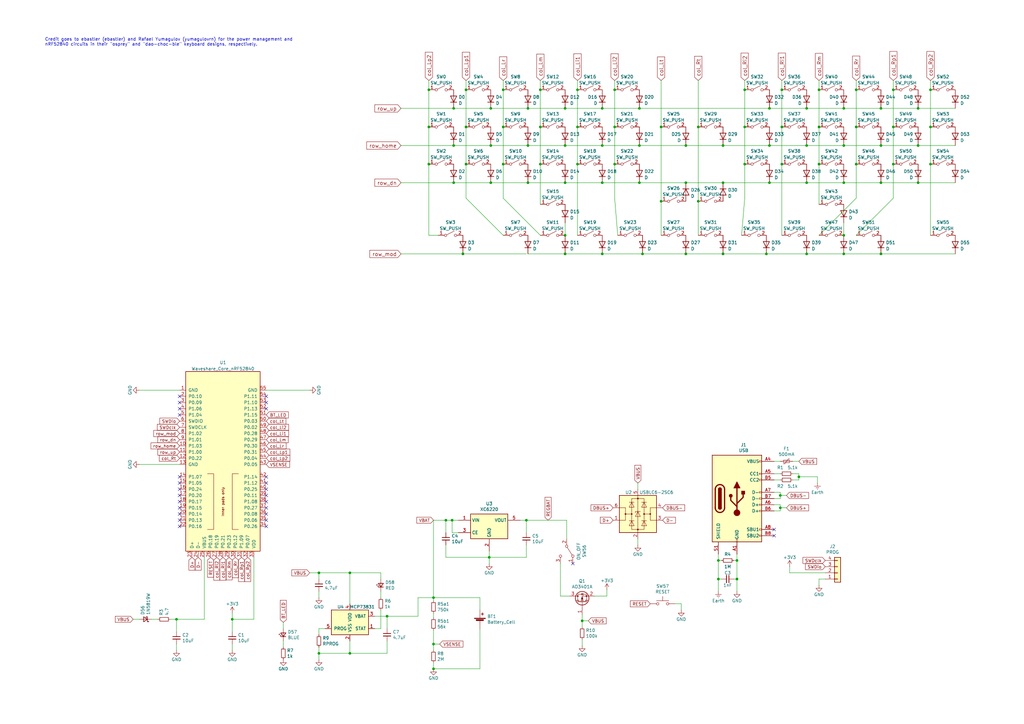
<source format=kicad_sch>
(kicad_sch (version 20211123) (generator eeschema)
  (paper "A3")
  (title_block (title "BumWings_001") (date "2022-12-24") (rev "v0.5") (company "tubby.twins a.k.a. mschnoor"))
  (junction (at 206.375 52.07))
  (junction (at 185.42 213.36))
  (junction (at 177.8 264.16))
  (junction (at 351.155 36.83))
  (junction (at 302.26 237.49))
  (junction (at 361.315 59.69))
  (junction (at 346.075 74.93))
  (junction (at 216.535 44.45))
  (junction (at 320.04 203.2))
  (junction (at 143.51 234.95))
  (junction (at 346.075 59.69))
  (junction (at 143.51 267.97))
  (junction (at 158.75 252.73))
  (junction (at 247.015 59.69))
  (junction (at 376.555 59.69))
  (junction (at 381.635 36.83))
  (junction (at 206.375 67.31))
  (junction (at 186.055 74.93))
  (junction (at 200.66 228.6))
  (junction (at 366.395 67.31))
  (junction (at 330.835 104.14))
  (junction (at 351.155 52.07))
  (junction (at 294.64 237.49))
  (junction (at 191.135 36.83))
  (junction (at 231.775 59.69))
  (junction (at 262.255 59.69))
  (junction (at 330.835 74.93))
  (junction (at 236.855 52.07))
  (junction (at 252.095 67.31))
  (junction (at 305.435 52.07))
  (junction (at 305.435 36.83))
  (junction (at 366.395 52.07))
  (junction (at 175.895 67.31))
  (junction (at 247.015 44.45))
  (junction (at 216.535 74.93))
  (junction (at 351.155 67.31))
  (junction (at 346.075 104.14))
  (junction (at 236.855 36.83))
  (junction (at 376.555 44.45))
  (junction (at 186.055 44.45))
  (junction (at 335.915 67.31))
  (junction (at 320.675 52.07))
  (junction (at 381.635 67.31))
  (junction (at 314.325 104.14))
  (junction (at 335.915 52.07))
  (junction (at 231.775 44.45))
  (junction (at 189.865 104.14))
  (junction (at 216.535 59.69))
  (junction (at 263.525 104.14))
  (junction (at 247.015 74.93))
  (junction (at 130.81 234.95))
  (junction (at 231.775 74.93))
  (junction (at 95.25 254))
  (junction (at 177.8 274.32))
  (junction (at 361.315 104.14))
  (junction (at 236.855 67.31))
  (junction (at 305.435 67.31))
  (junction (at 231.775 96.52))
  (junction (at 381.635 52.07))
  (junction (at 201.295 74.93))
  (junction (at 296.545 74.93))
  (junction (at 315.595 44.45))
  (junction (at 206.375 36.83))
  (junction (at 296.545 59.69))
  (junction (at 315.595 59.69))
  (junction (at 361.315 74.93))
  (junction (at 252.095 36.83))
  (junction (at 271.145 82.55))
  (junction (at 271.145 52.07))
  (junction (at 327.66 195.58))
  (junction (at 330.835 59.69))
  (junction (at 175.895 36.83))
  (junction (at 286.385 52.07))
  (junction (at 221.615 52.07))
  (junction (at 286.385 82.55))
  (junction (at 346.075 44.45))
  (junction (at 320.675 67.31))
  (junction (at 238.76 254.635))
  (junction (at 262.255 44.45))
  (junction (at 201.295 59.69))
  (junction (at 221.615 36.83))
  (junction (at 186.055 59.69))
  (junction (at 346.075 96.52))
  (junction (at 281.305 74.93))
  (junction (at 320.04 208.28))
  (junction (at 247.015 104.14))
  (junction (at 281.305 59.69))
  (junction (at 302.26 229.87))
  (junction (at 262.255 74.93))
  (junction (at 215.9 213.36))
  (junction (at 177.8 245.11))
  (junction (at 252.095 52.07))
  (junction (at 231.775 104.14))
  (junction (at 335.915 36.83))
  (junction (at 361.315 44.45))
  (junction (at 315.595 74.93))
  (junction (at 182.88 213.36))
  (junction (at 191.135 52.07))
  (junction (at 294.64 229.87))
  (junction (at 281.305 104.14))
  (junction (at 376.555 74.93))
  (junction (at 366.395 36.83))
  (junction (at 296.545 104.14))
  (junction (at 221.615 67.31))
  (junction (at 330.835 44.45))
  (junction (at 175.895 52.07))
  (junction (at 72.39 254))
  (junction (at 201.295 44.45))
  (junction (at 320.675 36.83))
  (junction (at 191.135 67.31))
  (junction (at 130.81 267.97))
  (no_connect (at 73.66 195.58))
  (no_connect (at 73.66 165.1))
  (no_connect (at 73.66 215.9))
  (no_connect (at 73.66 200.66))
  (no_connect (at 109.22 198.12))
  (no_connect (at 109.22 200.66))
  (no_connect (at 73.66 167.64))
  (no_connect (at 73.66 213.36))
  (no_connect (at 317.5 219.71))
  (no_connect (at 73.66 210.82))
  (no_connect (at 109.22 210.82))
  (no_connect (at 109.22 213.36))
  (no_connect (at 73.66 203.2))
  (no_connect (at 317.5 217.17))
  (no_connect (at 234.95 231.14))
  (no_connect (at 109.22 215.9))
  (no_connect (at 73.66 162.56))
  (no_connect (at 109.22 205.74))
  (no_connect (at 109.22 203.2))
  (no_connect (at 73.66 170.18))
  (no_connect (at 73.66 198.12))
  (no_connect (at 73.66 205.74))
  (no_connect (at 109.22 165.1))
  (no_connect (at 109.22 195.58))
  (no_connect (at 73.66 208.28))
  (no_connect (at 109.22 167.64))
  (no_connect (at 109.22 162.56))
  (no_connect (at 109.22 208.28))
  (wire (pts (xy 320.675 67.31) (xy 320.675 96.52)))
  (wire (pts (xy 317.5 189.23) (xy 320.04 189.23)))
  (wire (pts (xy 271.145 96.52) (xy 271.145 82.55)))
  (wire (pts (xy 338.455 237.49) (xy 335.915 237.49)))
  (wire (pts (xy 171.45 252.73) (xy 171.45 245.11)))
  (wire (pts (xy 191.135 67.31) (xy 191.135 81.28)))
  (wire (pts (xy 262.255 74.93) (xy 281.305 74.93)))
  (wire (pts (xy 238.76 254.635) (xy 241.3 254.635)))
  (wire (pts (xy 302.26 229.87) (xy 300.99 229.87)))
  (wire (pts (xy 325.12 194.31) (xy 327.66 194.31)))
  (wire (pts (xy 320.675 33.02) (xy 320.675 36.83)))
  (wire (pts (xy 325.12 196.85) (xy 327.66 196.85)))
  (wire (pts (xy 187.96 213.36) (xy 185.42 213.36)))
  (wire (pts (xy 262.255 59.69) (xy 281.305 59.69)))
  (wire (pts (xy 216.535 104.14) (xy 231.775 104.14)))
  (wire (pts (xy 143.51 262.89) (xy 143.51 267.97)))
  (wire (pts (xy 361.315 74.93) (xy 376.555 74.93)))
  (wire (pts (xy 320.675 52.07) (xy 320.675 67.31)))
  (wire (pts (xy 252.095 67.31) (xy 252.095 81.28)))
  (wire (pts (xy 271.145 52.07) (xy 271.145 82.55)))
  (wire (pts (xy 305.435 36.83) (xy 305.435 52.07)))
  (wire (pts (xy 127 160.02) (xy 109.22 160.02)))
  (wire (pts (xy 206.375 67.31) (xy 206.375 81.28)))
  (wire (pts (xy 156.21 245.11) (xy 156.21 242.57)))
  (wire (pts (xy 361.315 59.69) (xy 376.555 59.69)))
  (wire (pts (xy 294.64 229.87) (xy 294.64 237.49)))
  (wire (pts (xy 175.895 36.83) (xy 175.895 52.07)))
  (wire (pts (xy 196.85 245.11) (xy 196.85 250.19)))
  (wire (pts (xy 320.04 208.28) (xy 320.04 209.55)))
  (wire (pts (xy 221.615 36.83) (xy 221.615 52.07)))
  (wire (pts (xy 175.895 52.07) (xy 175.895 67.31)))
  (wire (pts (xy 335.915 96.52) (xy 351.155 81.28)))
  (wire (pts (xy 83.82 228.6) (xy 83.82 254)))
  (wire (pts (xy 315.595 74.93) (xy 330.835 74.93)))
  (wire (pts (xy 158.75 252.73) (xy 171.45 252.73)))
  (wire (pts (xy 302.26 237.49) (xy 302.26 242.57)))
  (wire (pts (xy 216.535 59.69) (xy 231.775 59.69)))
  (wire (pts (xy 233.68 244.475) (xy 229.87 244.475)))
  (wire (pts (xy 305.435 67.31) (xy 305.435 81.28)))
  (wire (pts (xy 57.15 190.5) (xy 73.66 190.5)))
  (wire (pts (xy 361.315 44.45) (xy 376.555 44.45)))
  (wire (pts (xy 171.45 245.11) (xy 177.8 245.11)))
  (wire (pts (xy 315.595 44.45) (xy 330.835 44.45)))
  (wire (pts (xy 376.555 44.45) (xy 391.795 44.45)))
  (wire (pts (xy 252.095 36.83) (xy 252.095 52.07)))
  (wire (pts (xy 177.8 271.78) (xy 177.8 274.32)))
  (wire (pts (xy 133.35 257.81) (xy 130.81 257.81)))
  (wire (pts (xy 216.535 74.93) (xy 231.775 74.93)))
  (wire (pts (xy 286.385 33.02) (xy 286.385 52.07)))
  (wire (pts (xy 130.81 242.57) (xy 130.81 245.11)))
  (wire (pts (xy 164.465 59.69) (xy 186.055 59.69)))
  (wire (pts (xy 95.25 264.16) (xy 95.25 266.7)))
  (wire (pts (xy 221.615 67.31) (xy 221.615 83.82)))
  (wire (pts (xy 215.9 213.36) (xy 215.9 218.44)))
  (wire (pts (xy 158.75 252.73) (xy 158.75 257.81)))
  (wire (pts (xy 231.775 104.14) (xy 247.015 104.14)))
  (wire (pts (xy 130.81 270.51) (xy 130.81 267.97)))
  (wire (pts (xy 175.895 33.02) (xy 175.895 36.83)))
  (wire (pts (xy 153.67 252.73) (xy 158.75 252.73)))
  (wire (pts (xy 320.04 207.01) (xy 320.04 208.28)))
  (wire (pts (xy 302.26 227.33) (xy 302.26 229.87)))
  (wire (pts (xy 143.51 267.97) (xy 130.81 267.97)))
  (wire (pts (xy 200.66 228.6) (xy 182.88 228.6)))
  (wire (pts (xy 351.155 67.31) (xy 351.155 81.28)))
  (wire (pts (xy 186.055 74.93) (xy 201.295 74.93)))
  (wire (pts (xy 130.81 257.81) (xy 130.81 260.35)))
  (wire (pts (xy 263.525 104.14) (xy 281.305 104.14)))
  (wire (pts (xy 381.635 33.02) (xy 381.635 36.83)))
  (wire (pts (xy 156.21 237.49) (xy 156.21 234.95)))
  (wire (pts (xy 186.055 44.45) (xy 201.295 44.45)))
  (wire (pts (xy 346.075 59.69) (xy 361.315 59.69)))
  (wire (pts (xy 95.25 251.46) (xy 95.25 254)))
  (wire (pts (xy 252.095 33.02) (xy 252.095 36.83)))
  (wire (pts (xy 279.4 247.65) (xy 279.4 250.19)))
  (wire (pts (xy 229.87 244.475) (xy 229.87 231.14)))
  (wire (pts (xy 346.075 91.44) (xy 346.075 96.52)))
  (wire (pts (xy 381.635 52.07) (xy 381.635 67.31)))
  (wire (pts (xy 294.64 229.87) (xy 295.91 229.87)))
  (wire (pts (xy 231.775 44.45) (xy 247.015 44.45)))
  (wire (pts (xy 335.28 195.58) (xy 335.28 198.12)))
  (wire (pts (xy 296.545 104.14) (xy 314.325 104.14)))
  (wire (pts (xy 177.8 264.16) (xy 177.8 258.445)))
  (wire (pts (xy 196.85 274.32) (xy 177.8 274.32)))
  (wire (pts (xy 296.545 74.93) (xy 315.595 74.93)))
  (wire (pts (xy 317.5 201.93) (xy 320.04 201.93)))
  (wire (pts (xy 314.325 104.14) (xy 330.835 104.14)))
  (wire (pts (xy 215.9 223.52) (xy 215.9 228.6)))
  (wire (pts (xy 215.9 228.6) (xy 200.66 228.6)))
  (wire (pts (xy 156.21 257.81) (xy 156.21 250.19)))
  (wire (pts (xy 286.385 96.52) (xy 286.385 82.55)))
  (wire (pts (xy 180.34 264.16) (xy 177.8 264.16)))
  (wire (pts (xy 236.855 67.31) (xy 236.855 96.52)))
  (wire (pts (xy 317.5 194.31) (xy 320.04 194.31)))
  (wire (pts (xy 281.305 74.93) (xy 296.545 74.93)))
  (wire (pts (xy 130.81 234.95) (xy 143.51 234.95)))
  (wire (pts (xy 247.015 104.14) (xy 263.525 104.14)))
  (wire (pts (xy 191.135 36.83) (xy 191.135 52.07)))
  (wire (pts (xy 323.85 232.41) (xy 323.85 234.95)))
  (wire (pts (xy 216.535 44.45) (xy 231.775 44.45)))
  (wire (pts (xy 261.62 200.66) (xy 261.62 198.12)))
  (wire (pts (xy 315.595 59.69) (xy 330.835 59.69)))
  (wire (pts (xy 294.64 237.49) (xy 294.64 242.57)))
  (wire (pts (xy 346.075 44.45) (xy 361.315 44.45)))
  (wire (pts (xy 335.915 36.83) (xy 335.915 52.07)))
  (wire (pts (xy 320.04 208.28) (xy 322.58 208.28)))
  (wire (pts (xy 221.615 52.07) (xy 221.615 67.31)))
  (wire (pts (xy 236.855 33.02) (xy 236.855 36.83)))
  (wire (pts (xy 213.36 213.36) (xy 215.9 213.36)))
  (wire (pts (xy 57.15 160.02) (xy 73.66 160.02)))
  (wire (pts (xy 164.465 44.45) (xy 186.055 44.45)))
  (wire (pts (xy 247.015 44.45) (xy 262.255 44.45)))
  (wire (pts (xy 366.395 52.07) (xy 366.395 67.31)))
  (wire (pts (xy 320.04 209.55) (xy 317.5 209.55)))
  (wire (pts (xy 320.04 204.47) (xy 320.04 203.2)))
  (wire (pts (xy 231.775 91.44) (xy 231.775 96.52)))
  (wire (pts (xy 286.385 52.07) (xy 286.385 82.55)))
  (wire (pts (xy 143.51 234.95) (xy 143.51 247.65)))
  (wire (pts (xy 72.39 254) (xy 83.82 254)))
  (wire (pts (xy 346.075 74.93) (xy 361.315 74.93)))
  (wire (pts (xy 351.155 96.52) (xy 366.395 81.28)))
  (wire (pts (xy 281.305 59.69) (xy 296.545 59.69)))
  (wire (pts (xy 187.96 218.44) (xy 185.42 218.44)))
  (wire (pts (xy 294.64 237.49) (xy 295.91 237.49)))
  (wire (pts (xy 238.76 262.255) (xy 238.76 264.795)))
  (wire (pts (xy 200.66 228.6) (xy 200.66 231.14)))
  (wire (pts (xy 236.855 36.83) (xy 236.855 52.07)))
  (wire (pts (xy 247.015 59.69) (xy 262.255 59.69)))
  (wire (pts (xy 351.155 33.02) (xy 351.155 36.83)))
  (wire (pts (xy 196.85 245.11) (xy 177.8 245.11)))
  (wire (pts (xy 327.66 195.58) (xy 327.66 196.85)))
  (wire (pts (xy 317.5 207.01) (xy 320.04 207.01)))
  (wire (pts (xy 116.205 257.81) (xy 116.205 255.27)))
  (wire (pts (xy 182.88 213.36) (xy 182.88 218.44)))
  (wire (pts (xy 182.88 213.36) (xy 185.42 213.36)))
  (wire (pts (xy 72.39 254) (xy 69.85 254)))
  (wire (pts (xy 127 234.95) (xy 130.81 234.95)))
  (wire (pts (xy 346.075 104.14) (xy 361.315 104.14)))
  (wire (pts (xy 276.86 247.65) (xy 279.4 247.65)))
  (wire (pts (xy 305.435 81.28) (xy 304.165 96.52)))
  (wire (pts (xy 130.81 237.49) (xy 130.81 234.95)))
  (wire (pts (xy 323.85 234.95) (xy 338.455 234.95)))
  (wire (pts (xy 317.5 196.85) (xy 320.04 196.85)))
  (wire (pts (xy 376.555 59.69) (xy 391.795 59.69)))
  (wire (pts (xy 201.295 59.69) (xy 216.535 59.69)))
  (wire (pts (xy 182.88 228.6) (xy 182.88 223.52)))
  (wire (pts (xy 104.14 254) (xy 95.25 254)))
  (wire (pts (xy 231.775 74.93) (xy 247.015 74.93)))
  (wire (pts (xy 200.66 226.06) (xy 200.66 228.6)))
  (wire (pts (xy 320.04 203.2) (xy 322.58 203.2)))
  (wire (pts (xy 317.5 204.47) (xy 320.04 204.47)))
  (wire (pts (xy 201.295 44.45) (xy 216.535 44.45)))
  (wire (pts (xy 221.615 33.02) (xy 221.615 36.83)))
  (wire (pts (xy 281.305 104.14) (xy 296.545 104.14)))
  (wire (pts (xy 252.095 52.07) (xy 252.095 67.31)))
  (wire (pts (xy 366.395 33.02) (xy 366.395 36.83)))
  (wire (pts (xy 271.145 33.02) (xy 271.145 52.07)))
  (wire (pts (xy 164.465 74.93) (xy 186.055 74.93)))
  (wire (pts (xy 294.64 227.33) (xy 294.64 229.87)))
  (wire (pts (xy 206.375 33.02) (xy 206.375 36.83)))
  (wire (pts (xy 330.835 44.45) (xy 346.075 44.45)))
  (wire (pts (xy 206.375 81.28) (xy 221.615 96.52)))
  (wire (pts (xy 351.155 52.07) (xy 351.155 67.31)))
  (wire (pts (xy 335.915 52.07) (xy 335.915 67.31)))
  (wire (pts (xy 191.135 33.02) (xy 191.135 36.83)))
  (wire (pts (xy 320.04 203.2) (xy 320.04 201.93)))
  (wire (pts (xy 381.635 67.31) (xy 381.635 96.52)))
  (wire (pts (xy 143.51 267.97) (xy 158.75 267.97)))
  (wire (pts (xy 186.055 59.69) (xy 201.295 59.69)))
  (wire (pts (xy 156.21 234.95) (xy 143.51 234.95)))
  (wire (pts (xy 185.42 218.44) (xy 185.42 213.36)))
  (wire (pts (xy 177.8 253.365) (xy 177.8 251.46)))
  (wire (pts (xy 236.855 52.07) (xy 236.855 67.31)))
  (wire (pts (xy 330.835 59.69) (xy 346.075 59.69)))
  (wire (pts (xy 327.66 195.58) (xy 335.28 195.58)))
  (wire (pts (xy 175.895 96.52) (xy 179.705 96.52)))
  (wire (pts (xy 201.295 74.93) (xy 216.535 74.93)))
  (wire (pts (xy 72.39 254) (xy 72.39 259.08)))
  (wire (pts (xy 366.395 67.31) (xy 366.395 81.28)))
  (wire (pts (xy 262.255 44.45) (xy 315.595 44.45)))
  (wire (pts (xy 243.84 244.475) (xy 248.92 244.475)))
  (wire (pts (xy 232.41 220.98) (xy 232.41 213.36)))
  (wire (pts (xy 330.835 104.14) (xy 346.075 104.14)))
  (wire (pts (xy 182.88 213.36) (xy 177.8 213.36)))
  (wire (pts (xy 376.555 74.93) (xy 391.795 74.93)))
  (wire (pts (xy 381.635 36.83) (xy 381.635 52.07)))
  (wire (pts (xy 116.205 262.89) (xy 116.205 265.43)))
  (wire (pts (xy 206.375 52.07) (xy 206.375 67.31)))
  (wire (pts (xy 252.095 81.28) (xy 253.365 96.52)))
  (wire (pts (xy 231.775 59.69) (xy 247.015 59.69)))
  (wire (pts (xy 57.15 254) (xy 54.61 254)))
  (wire (pts (xy 177.8 246.38) (xy 177.8 245.11)))
  (wire (pts (xy 238.76 254.635) (xy 238.76 257.175)))
  (wire (pts (xy 261.62 220.98) (xy 261.62 223.52)))
  (wire (pts (xy 191.135 52.07) (xy 191.135 67.31)))
  (wire (pts (xy 330.835 74.93) (xy 346.075 74.93)))
  (wire (pts (xy 164.465 104.14) (xy 189.865 104.14)))
  (wire (pts (xy 351.155 36.83) (xy 351.155 52.07)))
  (wire (pts (xy 366.395 36.83) (xy 366.395 52.07)))
  (wire (pts (xy 247.015 74.93) (xy 262.255 74.93)))
  (wire (pts (xy 153.67 257.81) (xy 156.21 257.81)))
  (wire (pts (xy 302.26 237.49) (xy 300.99 237.49)))
  (wire (pts (xy 177.8 266.7) (xy 177.8 264.16)))
  (wire (pts (xy 248.92 244.475) (xy 248.92 241.935)))
  (wire (pts (xy 335.915 67.31) (xy 335.915 83.82)))
  (wire (pts (xy 95.25 254) (xy 95.25 259.08)))
  (wire (pts (xy 327.66 194.31) (xy 327.66 195.58)))
  (wire (pts (xy 104.14 228.6) (xy 104.14 254)))
  (wire (pts (xy 130.81 265.43) (xy 130.81 267.97)))
  (wire (pts (xy 305.435 33.02) (xy 305.435 36.83)))
  (wire (pts (xy 215.9 213.36) (xy 232.41 213.36)))
  (wire (pts (xy 72.39 264.16) (xy 72.39 266.7)))
  (wire (pts (xy 238.76 252.095) (xy 238.76 254.635)))
  (wire (pts (xy 305.435 52.07) (xy 305.435 67.31)))
  (wire (pts (xy 189.865 104.14) (xy 215.9 104.14)))
  (wire (pts (xy 177.8 213.36) (xy 177.8 245.11)))
  (wire (pts (xy 335.915 33.02) (xy 335.915 36.83)))
  (wire (pts (xy 296.545 59.69) (xy 315.595 59.69)))
  (wire (pts (xy 196.85 257.81) (xy 196.85 274.32)))
  (wire (pts (xy 335.915 237.49) (xy 335.915 240.03)))
  (wire (pts (xy 320.675 36.83) (xy 320.675 52.07)))
  (wire (pts (xy 64.77 254) (xy 62.23 254)))
  (wire (pts (xy 206.375 36.83) (xy 206.375 52.07)))
  (wire (pts (xy 158.75 262.89) (xy 158.75 267.97)))
  (wire (pts (xy 175.895 67.31) (xy 175.895 96.52)))
  (wire (pts (xy 325.12 189.23) (xy 327.66 189.23)))
  (wire (pts (xy 191.135 81.28) (xy 206.375 96.52)))
  (wire (pts (xy 361.315 104.14) (xy 391.795 104.14)))
  (wire (pts (xy 302.26 229.87) (xy 302.26 237.49)))
  (text "Credit goes to ebastler (ebastler) and Rafael Yumagulov (yumagulovrn) for the power management and\nnRF52840 circuits in their \"osprey\" and \"dao-choc-ble\" keyboard designs, respectively." (at 18.415 19.05 0) (effects (font (size 1.27 1.27)) (justify left bottom)))
  (global_label "col_Li1" (shape input) (at 236.855 33.02 90) (effects (font (size 1.524 1.524))) (property "Intersheet References" "${INTERSHEET_REFS}" (effects hide)))
  (global_label "col_Lm" (shape input) (at 221.615 33.02 90) (effects (font (size 1.524 1.524))) (property "Intersheet References" "${INTERSHEET_REFS}" (effects hide)))
  (global_label "DBUS-" (shape input) (at 271.78 208.28 0) (property "Intersheet References" "${INTERSHEET_REFS}" (effects hide)))
  (global_label "DBUS+" (shape input) (at 322.58 208.28 0) (property "Intersheet References" "${INTERSHEET_REFS}" (effects hide)))
  (global_label "row_dn" (shape input) (at 164.465 74.93 180) (effects (font (size 1.524 1.524))) (property "Intersheet References" "${INTERSHEET_REFS}" (effects hide)))
  (global_label "DBUS-" (shape input) (at 322.58 203.2 0) (property "Intersheet References" "${INTERSHEET_REFS}" (effects hide)))
  (global_label "col_Rr" (shape input) (at 351.155 33.02 90) (effects (font (size 1.524 1.524))) (property "Intersheet References" "${INTERSHEET_REFS}" (effects hide)))
  (global_label "col_Rt" (shape input) (at 73.66 187.96 180) (property "Intersheet References" "${INTERSHEET_REFS}" (effects hide)))
  (global_label "BT_LED" (shape input) (at 116.205 255.27 90) (property "Intersheet References" "${INTERSHEET_REFS}" (effects hide)))
  (global_label "col_Rp1" (shape input) (at 99.06 228.6 270) (property "Intersheet References" "${INTERSHEET_REFS}" (effects hide)))
  (global_label "D-" (shape input) (at 271.78 213.36 0) (property "Intersheet References" "${INTERSHEET_REFS}" (effects hide)))
  (global_label "col_Ri1" (shape input) (at 91.44 228.6 270) (property "Intersheet References" "${INTERSHEET_REFS}" (effects hide)))
  (global_label "VBUS" (shape input) (at 241.3 254.635 0) (property "Intersheet References" "${INTERSHEET_REFS}" (effects hide)))
  (global_label "VSENSE" (shape input) (at 180.34 264.16 0) (property "Intersheet References" "${INTERSHEET_REFS}" (effects hide)))
  (global_label "col_Li2" (shape input) (at 109.22 175.26 0) (property "Intersheet References" "${INTERSHEET_REFS}" (effects hide)))
  (global_label "col_Lp1" (shape input) (at 191.135 33.02 90) (effects (font (size 1.524 1.524))) (property "Intersheet References" "${INTERSHEET_REFS}" (effects hide)))
  (global_label "VBAT" (shape input) (at 177.8 213.36 180) (property "Intersheet References" "${INTERSHEET_REFS}" (effects hide)))
  (global_label "col_Rp2" (shape input) (at 101.6 228.6 270) (property "Intersheet References" "${INTERSHEET_REFS}" (effects hide)))
  (global_label "D-" (shape input) (at 81.28 228.6 270) (property "Intersheet References" "${INTERSHEET_REFS}" (effects hide)))
  (global_label "col_Lp2" (shape input) (at 175.895 33.02 90) (effects (font (size 1.524 1.524))) (property "Intersheet References" "${INTERSHEET_REFS}" (effects hide)))
  (global_label "VBUS" (shape input) (at 327.66 189.23 0) (property "Intersheet References" "${INTERSHEET_REFS}" (effects hide)))
  (global_label "BT_LED" (shape input) (at 109.22 170.18 0) (property "Intersheet References" "${INTERSHEET_REFS}" (effects hide)))
  (global_label "RESET" (shape input) (at 86.36 228.6 270) (property "Intersheet References" "${INTERSHEET_REFS}" (effects hide)))
  (global_label "col_Lt" (shape input) (at 109.22 172.72 0) (property "Intersheet References" "${INTERSHEET_REFS}" (effects hide)))
  (global_label "D+" (shape input) (at 78.74 228.6 270) (property "Intersheet References" "${INTERSHEET_REFS}" (effects hide)))
  (global_label "col_Lt" (shape input) (at 271.145 33.02 90) (effects (font (size 1.524 1.524))) (property "Intersheet References" "${INTERSHEET_REFS}" (effects hide)))
  (global_label "col_Lr" (shape input) (at 109.22 182.88 0) (property "Intersheet References" "${INTERSHEET_REFS}" (effects hide)))
  (global_label "VBUS" (shape input) (at 54.61 254 180) (property "Intersheet References" "${INTERSHEET_REFS}" (effects hide)))
  (global_label "col_Rp2" (shape input) (at 381.635 33.02 90) (effects (font (size 1.524 1.524))) (property "Intersheet References" "${INTERSHEET_REFS}" (effects hide)))
  (global_label "VBUS" (shape input) (at 127 234.95 180) (property "Intersheet References" "${INTERSHEET_REFS}" (effects hide)))
  (global_label "RESET" (shape input) (at 266.7 247.65 180) (property "Intersheet References" "${INTERSHEET_REFS}" (effects hide)))
  (global_label "col_Lr" (shape input) (at 206.375 33.02 90) (effects (font (size 1.524 1.524))) (property "Intersheet References" "${INTERSHEET_REFS}" (effects hide)))
  (global_label "row_dn" (shape input) (at 73.66 180.34 180) (property "Intersheet References" "${INTERSHEET_REFS}" (effects hide)))
  (global_label "col_Rm" (shape input) (at 93.98 228.6 270) (property "Intersheet References" "${INTERSHEET_REFS}" (effects hide)))
  (global_label "col_Li1" (shape input) (at 109.22 177.8 0) (property "Intersheet References" "${INTERSHEET_REFS}" (effects hide)))
  (global_label "col_Lp1" (shape input) (at 109.22 185.42 0) (property "Intersheet References" "${INTERSHEET_REFS}" (effects hide)))
  (global_label "col_Ri2" (shape input) (at 88.9 228.6 270) (property "Intersheet References" "${INTERSHEET_REFS}" (effects hide)))
  (global_label "col_Rr" (shape input) (at 96.52 228.6 270) (property "Intersheet References" "${INTERSHEET_REFS}" (effects hide)))
  (global_label "REGBAT" (shape input) (at 224.79 213.36 90) (property "Intersheet References" "${INTERSHEET_REFS}" (effects hide)))
  (global_label "col_Ri2" (shape input) (at 305.435 33.02 90) (effects (font (size 1.524 1.524))) (property "Intersheet References" "${INTERSHEET_REFS}" (effects hide)))
  (global_label "VBUS" (shape input) (at 261.62 198.12 90) (property "Intersheet References" "${INTERSHEET_REFS}" (effects hide)))
  (global_label "row_home" (shape input) (at 164.465 59.69 180) (effects (font (size 1.524 1.524))) (property "Intersheet References" "${INTERSHEET_REFS}" (effects hide)))
  (global_label "DBUS+" (shape input) (at 251.46 208.28 180) (property "Intersheet References" "${INTERSHEET_REFS}" (effects hide)))
  (global_label "row_home" (shape input) (at 73.66 182.88 180) (property "Intersheet References" "${INTERSHEET_REFS}" (effects hide)))
  (global_label "col_Rp1" (shape input) (at 366.395 33.02 90) (effects (font (size 1.524 1.524))) (property "Intersheet References" "${INTERSHEET_REFS}" (effects hide)))
  (global_label "row_mod" (shape input) (at 164.465 104.14 180) (effects (font (size 1.524 1.524))) (property "Intersheet References" "${INTERSHEET_REFS}" (effects hide)))
  (global_label "SWDio" (shape input) (at 338.455 232.41 180) (property "Intersheet References" "${INTERSHEET_REFS}" (effects hide)))
  (global_label "col_Ri1" (shape input) (at 320.675 33.02 90) (effects (font (size 1.524 1.524))) (property "Intersheet References" "${INTERSHEET_REFS}" (effects hide)))
  (global_label "SWDclk" (shape input) (at 73.66 175.26 180) (property "Intersheet References" "${INTERSHEET_REFS}" (effects hide)))
  (global_label "D+" (shape input) (at 251.46 213.36 180) (property "Intersheet References" "${INTERSHEET_REFS}" (effects hide)))
  (global_label "row_up" (shape input) (at 164.465 44.45 180) (effects (font (size 1.524 1.524))) (property "Intersheet References" "${INTERSHEET_REFS}" (effects hide)))
  (global_label "row_up" (shape input) (at 73.66 185.42 180) (property "Intersheet References" "${INTERSHEET_REFS}" (effects hide)))
  (global_label "col_Lm" (shape input) (at 109.22 180.34 0) (property "Intersheet References" "${INTERSHEET_REFS}" (effects hide)))
  (global_label "VSENSE" (shape input) (at 109.22 190.5 0) (property "Intersheet References" "${INTERSHEET_REFS}" (effects hide)))
  (global_label "col_Li2" (shape input) (at 252.095 33.02 90) (effects (font (size 1.524 1.524))) (property "Intersheet References" "${INTERSHEET_REFS}" (effects hide)))
  (global_label "col_Rt" (shape input) (at 286.385 33.02 90) (effects (font (size 1.524 1.524))) (property "Intersheet References" "${INTERSHEET_REFS}" (effects hide)))
  (global_label "SWDio" (shape input) (at 73.66 172.72 180) (property "Intersheet References" "${INTERSHEET_REFS}" (effects hide)))
  (global_label "col_Lp2" (shape input) (at 109.22 187.96 0) (property "Intersheet References" "${INTERSHEET_REFS}" (effects hide)))
  (global_label "row_mod" (shape input) (at 73.66 177.8 180) (property "Intersheet References" "${INTERSHEET_REFS}" (effects hide)))
  (global_label "SWDclk" (shape input) (at 338.455 229.87 180) (property "Intersheet References" "${INTERSHEET_REFS}" (effects hide)))
  (global_label "col_Rm" (shape input) (at 335.915 33.02 90) (effects (font (size 1.524 1.524))) (property "Intersheet References" "${INTERSHEET_REFS}" (effects hide)))
  (symbol (lib_id "Device:D") (at 186.055 40.64 90) (unit 1)
    (property "Reference" "D0" (at 188.087 39.8053 90) (effects (justify right)))
    (property "Value" "D" (at 188.087 42.3422 90) (effects (justify right)))
    (property "Footprint" "BumWings_Library:Diode_D_SOD-123" (effects hide))
  )
  (symbol (lib_id "BumWings_SymLibrary:Key_Switch") (at 184.785 96.52 0) (unit 1)
    (property "Reference" "SW3" (at 184.785 91.1692 0))
    (property "Value" "SW_PUSH" (at 184.785 93.7061 0))
    (property "Footprint" "BumWings_Library:Kailh_PG1350_1.5u_hotswap" (effects hide))
  )
  (symbol (lib_id "Device:D") (at 330.835 55.88 90) (unit 1)
    (property "Reference" "D37" (at 332.867 55.0453 90) (effects (justify right)))
    (property "Value" "D" (at 332.867 57.5822 90) (effects (justify right)))
    (property "Footprint" "BumWings_Library:Diode_D_SOD-123" (effects hide))
  )
  (symbol (lib_id "Device:LED_Small") (at 156.21 240.03 90) (unit 1)
    (property "Reference" "D58" (at 157.988 238.8616 90) (effects (justify right)))
    (property "Value" "RED" (at 157.988 241.173 90) (effects (justify right)))
    (property "Footprint" "LED_SMD:LED_1206_3216Metric_Pad1.42x1.75mm_HandSolder" (effects hide))
    (property "LCSC" "C2286" (effects hide))
  )
  (symbol (lib_id "Device:LED_Small") (at 116.205 260.35 90) (unit 1)
    (property "Reference" "D57" (at 117.983 259.1816 90) (effects (justify right)))
    (property "Value" "BLUE" (at 117.983 261.493 90) (effects (justify right)))
    (property "Footprint" "LED_SMD:LED_1206_3216Metric_Pad1.42x1.75mm_HandSolder" (effects hide))
    (property "LCSC" "C72041" (effects hide))
  )
  (symbol (lib_id "Device:D") (at 247.015 71.12 90) (unit 1)
    (property "Reference" "D18" (at 249.047 70.2853 90) (effects (justify right)))
    (property "Value" "D" (at 249.047 72.8222 90) (effects (justify right)))
    (property "Footprint" "BumWings_Library:Diode_D_SOD-123" (effects hide))
  )
  (symbol (lib_id "Device:D") (at 201.295 55.88 90) (unit 1)
    (property "Reference" "D5" (at 203.327 55.0453 90) (effects (justify right)))
    (property "Value" "D" (at 203.327 57.5822 90) (effects (justify right)))
    (property "Footprint" "BumWings_Library:Diode_D_SOD-123" (effects hide))
  )
  (symbol (lib_id "BumWings_SymLibrary:Key_Switch") (at 226.695 83.82 0) (unit 1)
    (property "Reference" "SW15" (at 226.695 78.4692 0))
    (property "Value" "SW_PUSH" (at 226.695 81.0061 0))
    (property "Footprint" "BumWings_Library:Kailh_PG1350_1u_hotswap" (effects hide))
  )
  (symbol (lib_id "BumWings_SymLibrary:Key_Switch") (at 241.935 96.52 0) (unit 1)
    (property "Reference" "SW19" (at 241.935 91.1692 0))
    (property "Value" "SW_PUSH" (at 241.935 93.7061 0))
    (property "Footprint" "BumWings_Library:Kailh_PG1350_1u_hotswap" (effects hide))
  )
  (symbol (lib_id "Device:R_Small") (at 177.8 269.24 0) (unit 1)
    (property "Reference" "R8" (at 179.2986 268.0716 0) (effects (justify left)))
    (property "Value" "2M" (at 179.2986 270.383 0) (effects (justify left)))
    (property "Footprint" "Resistor_SMD:R_1206_3216Metric_Pad1.30x1.75mm_HandSolder" (effects hide))
    (property "LCSC" "C22976" (effects hide))
  )
  (symbol (lib_id "Device:D") (at 281.305 100.33 90) (unit 1)
    (property "Reference" "D27" (at 283.337 99.4953 90) (effects (justify right)))
    (property "Value" "D" (at 283.337 102.0322 90) (effects (justify right)))
    (property "Footprint" "BumWings_Library:Diode_D_SOD-123" (effects hide))
  )
  (symbol (lib_id "power:GND") (at 72.39 266.7 0) (unit 1)
    (property "Reference" "#PWR03" (effects hide))
    (property "Value" "GND" (at 72.39 270.51 0))
  )
  (symbol (lib_id "Device:D") (at 361.315 40.64 90) (unit 1)
    (property "Reference" "D44" (at 363.347 39.8053 90) (effects (justify right)))
    (property "Value" "D" (at 363.347 42.3422 90) (effects (justify right)))
    (property "Footprint" "BumWings_Library:Diode_D_SOD-123" (effects hide))
  )
  (symbol (lib_id "Device:D") (at 391.795 100.33 90) (unit 1)
    (property "Reference" "D55" (at 393.827 99.4953 90) (effects (justify right)))
    (property "Value" "D" (at 393.827 102.0322 90) (effects (justify right)))
    (property "Footprint" "BumWings_Library:Diode_D_SOD-123" (effects hide))
  )
  (symbol (lib_id "Device:D") (at 315.595 71.12 90) (unit 1)
    (property "Reference" "D34" (at 317.627 70.2853 90) (effects (justify right)))
    (property "Value" "D" (at 317.627 72.8222 90) (effects (justify right)))
    (property "Footprint" "BumWings_Library:Diode_D_SOD-123" (effects hide))
  )
  (symbol (lib_id "BumWings_SymLibrary:Key_Switch") (at 291.465 96.52 0) (unit 1)
    (property "Reference" "SW31" (at 291.465 91.1692 0))
    (property "Value" "SW_PUSH" (at 291.465 93.7061 0))
    (property "Footprint" "BumWings_Library:Kailh_PG1350_1.5u_hotswap" (effects hide))
  )
  (symbol (lib_id "Device:R_Small") (at 177.8 248.92 0) (unit 1)
    (property "Reference" "R5a1" (at 179.2986 247.7516 0) (effects (justify left)))
    (property "Value" "750k" (at 179.2986 250.063 0) (effects (justify left)))
    (property "Footprint" "Resistor_SMD:R_1206_3216Metric_Pad1.30x1.75mm_HandSolder" (effects hide))
    (property "LCSC" "C103828" (effects hide))
  )
  (symbol (lib_id "Device:D") (at 262.255 55.88 90) (unit 1)
    (property "Reference" "D21" (at 264.287 55.0453 90) (effects (justify right)))
    (property "Value" "D" (at 264.287 57.5822 90) (effects (justify right)))
    (property "Footprint" "BumWings_Library:Diode_D_SOD-123" (effects hide))
  )
  (symbol (lib_id "Device:C_Small") (at 130.81 240.03 0) (unit 1)
    (property "Reference" "C6" (at 133.1468 238.8616 0) (effects (justify left)))
    (property "Value" "4.7uF" (at 133.1468 241.173 0) (effects (justify left)))
    (property "Footprint" "Capacitor_SMD:C_1206_3216Metric_Pad1.33x1.80mm_HandSolder" (effects hide))
    (property "LCSC" "C19666" (effects hide))
  )
  (symbol (lib_id "Device:D") (at 263.525 100.33 90) (unit 1)
    (property "Reference" "D23" (at 265.557 99.4953 90) (effects (justify right)))
    (property "Value" "D" (at 265.557 102.0322 90) (effects (justify right)))
    (property "Footprint" "BumWings_Library:Diode_D_SOD-123" (effects hide))
  )
  (symbol (lib_id "Device:C_Small") (at 182.88 220.98 0) (unit 1)
    (property "Reference" "C4" (at 185.2168 219.8116 0) (effects (justify left)))
    (property "Value" "10uF" (at 185.2168 222.123 0) (effects (justify left)))
    (property "Footprint" "Capacitor_SMD:C_1206_3216Metric_Pad1.33x1.80mm_HandSolder" (effects hide))
    (property "LCSC" "C19702" (effects hide))
  )
  (symbol (lib_id "Device:D") (at 296.545 78.74 270) (unit 1)
    (property "Reference" "D30" (at 298.577 77.9053 90) (effects (justify left)))
    (property "Value" "D" (at 298.577 80.4422 90) (effects (justify left)))
    (property "Footprint" "BumWings_Library:Diode_D_SOD-123" (effects hide))
  )
  (symbol (lib_id "BumWings_SymLibrary:Key_Switch") (at 180.975 36.83 0) (unit 1)
    (property "Reference" "SW0" (at 180.975 31.4792 0))
    (property "Value" "SW_PUSH" (at 180.975 34.0161 0))
    (property "Footprint" "BumWings_Library:Kailh_PG1350_1u_hotswap" (effects hide))
  )
  (symbol (lib_id "BumWings_SymLibrary:Key_Switch") (at 309.245 96.52 0) (unit 1)
    (property "Reference" "SW35" (at 309.245 91.1692 0))
    (property "Value" "SW_PUSH" (at 309.245 93.7061 0))
    (property "Footprint" "BumWings_Library:Kailh_PG1350_2u_stab_hotswap" (effects hide))
  )
  (symbol (lib_id "Device:D") (at 201.295 40.64 90) (unit 1)
    (property "Reference" "D4" (at 203.327 39.8053 90) (effects (justify right)))
    (property "Value" "D" (at 203.327 42.3422 90) (effects (justify right)))
    (property "Footprint" "BumWings_Library:Diode_D_SOD-123" (effects hide))
  )
  (symbol (lib_id "Device:D") (at 346.075 87.63 90) (unit 1)
    (property "Reference" "D43" (at 348.107 86.7953 90) (effects (justify right)))
    (property "Value" "D" (at 348.107 89.3322 90) (effects (justify right)))
    (property "Footprint" "BumWings_Library:Diode_D_SOD-123" (effects hide))
  )
  (symbol (lib_id "Device:D") (at 391.795 71.12 90) (unit 1)
    (property "Reference" "D54" (at 393.827 70.2853 90) (effects (justify right)))
    (property "Value" "D" (at 393.827 72.8222 90) (effects (justify right)))
    (property "Footprint" "BumWings_Library:Diode_D_SOD-123" (effects hide))
  )
  (symbol (lib_id "power:GND") (at 335.915 240.03 0) (unit 1)
    (property "Reference" "#PWR020" (effects hide))
    (property "Value" "GND" (at 335.915 243.84 0))
  )
  (symbol (lib_id "BumWings_SymLibrary:Key_Switch") (at 340.995 52.07 0) (unit 1)
    (property "Reference" "SW41" (at 340.995 46.7192 0))
    (property "Value" "SW_PUSH" (at 340.995 49.2561 0))
    (property "Footprint" "BumWings_Library:Kailh_PG1350_1u_hotswap" (effects hide))
  )
  (symbol (lib_id "power:GND") (at 127 160.02 90) (unit 1)
    (property "Reference" "#PWR07" (effects hide))
    (property "Value" "GND" (at 130.81 160.02 0))
  )
  (symbol (lib_id "Device:R_Small") (at 156.21 247.65 180) (unit 1)
    (property "Reference" "R6" (at 157.7086 246.4816 0) (effects (justify right)))
    (property "Value" "1k" (at 157.7086 248.793 0) (effects (justify right)))
    (property "Footprint" "Resistor_SMD:R_1206_3216Metric_Pad1.30x1.75mm_HandSolder" (effects hide))
    (property "LCSC" "C21190" (effects hide))
  )
  (symbol (lib_id "Device:D") (at 262.255 40.64 90) (unit 1)
    (property "Reference" "D20" (at 264.287 39.8053 90) (effects (justify right)))
    (property "Value" "D" (at 264.287 42.3422 90) (effects (justify right)))
    (property "Footprint" "BumWings_Library:Diode_D_SOD-123" (effects hide))
  )
  (symbol (lib_id "BumWings_SymLibrary:Key_Switch") (at 371.475 67.31 0) (unit 1)
    (property "Reference" "SW50" (at 371.475 61.9592 0))
    (property "Value" "SW_PUSH" (at 371.475 64.4961 0))
    (property "Footprint" "BumWings_Library:Kailh_PG1350_1u_hotswap" (effects hide))
  )
  (symbol (lib_id "Battery_Management:MCP73831-2-OT") (at 143.51 255.27 0) (unit 1)
    (property "Reference" "U4" (at 139.7 248.92 0))
    (property "Value" "MCP73831" (at 148.59 248.92 0))
    (property "Footprint" "Package_TO_SOT_SMD:SOT-23-5" (effects hide))
    (property "Datasheet" "http://ww1.microchip.com/downloads/en/DeviceDoc/20001984g.pdf" (effects hide))
    (property "LCSC" "C14879" (effects hide))
  )
  (symbol (lib_id "Device:D") (at 231.775 55.88 90) (unit 1)
    (property "Reference" "D13" (at 233.807 55.0453 90) (effects (justify right)))
    (property "Value" "D" (at 233.807 57.5822 90) (effects (justify right)))
    (property "Footprint" "BumWings_Library:Diode_D_SOD-123" (effects hide))
  )
  (symbol (lib_id "BumWings_SymLibrary:Key_Switch") (at 325.755 36.83 0) (unit 1)
    (property "Reference" "SW36" (at 325.755 31.4792 0))
    (property "Value" "SW_PUSH" (at 325.755 34.0161 0))
    (property "Footprint" "BumWings_Library:Kailh_PG1350_1u_hotswap" (effects hide))
  )
  (symbol (lib_id "Device:D") (at 361.315 100.33 90) (unit 1)
    (property "Reference" "D51" (at 363.347 99.4953 90) (effects (justify right)))
    (property "Value" "D" (at 363.347 102.0322 90) (effects (justify right)))
    (property "Footprint" "BumWings_Library:Diode_D_SOD-123" (effects hide))
  )
  (symbol (lib_id "BumWings_SymLibrary:Key_Switch") (at 386.715 52.07 0) (unit 1)
    (property "Reference" "SW53" (at 386.715 46.7192 0))
    (property "Value" "SW_PUSH" (at 386.715 49.2561 0))
    (property "Footprint" "BumWings_Library:Kailh_PG1350_1u_hotswap" (effects hide))
  )
  (symbol (lib_id "BumWings_SymLibrary:Key_Switch") (at 258.445 96.52 0) (unit 1)
    (property "Reference" "SW23" (at 258.445 91.1692 0))
    (property "Value" "SW_PUSH" (at 258.445 93.7061 0))
    (property "Footprint" "BumWings_Library:Kailh_PG1350_2u_stab_hotswap" (effects hide))
  )
  (symbol (lib_id "Device:D") (at 216.535 40.64 90) (unit 1)
    (property "Reference" "D8" (at 218.567 39.8053 90) (effects (justify right)))
    (property "Value" "D" (at 218.567 42.3422 90) (effects (justify right)))
    (property "Footprint" "BumWings_Library:Diode_D_SOD-123" (effects hide))
  )
  (symbol (lib_id "Device:R_Small") (at 177.8 255.905 0) (unit 1)
    (property "Reference" "R5b1" (at 179.2986 254.7366 0) (effects (justify left)))
    (property "Value" "56k" (at 179.2986 257.048 0) (effects (justify left)))
    (property "Footprint" "Resistor_SMD:R_1206_3216Metric_Pad1.30x1.75mm_HandSolder" (effects hide))
    (property "LCSC" "C103828" (effects hide))
  )
  (symbol (lib_id "power:GND") (at 302.26 242.57 0) (unit 1)
    (property "Reference" "#PWR017" (effects hide))
    (property "Value" "GND" (at 302.26 246.38 0))
  )
  (symbol (lib_id "Device:C_Small") (at 158.75 260.35 0) (unit 1)
    (property "Reference" "C7" (at 161.0868 259.1816 0) (effects (justify left)))
    (property "Value" "4.7uF" (at 161.0868 261.493 0) (effects (justify left)))
    (property "Footprint" "Capacitor_SMD:C_1206_3216Metric_Pad1.33x1.80mm_HandSolder" (effects hide))
    (property "LCSC" "C19666" (effects hide))
  )
  (symbol (lib_id "Device:D") (at 330.835 40.64 90) (unit 1)
    (property "Reference" "D36" (at 328.803 39.8053 90) (effects (justify left)))
    (property "Value" "D" (at 328.803 42.3422 90) (effects (justify left)))
    (property "Footprint" "BumWings_Library:Diode_D_SOD-123" (effects hide))
  )
  (symbol (lib_id "BumWings_SymLibrary:Key_Switch") (at 386.715 67.31 0) (unit 1)
    (property "Reference" "SW54" (at 386.715 61.9592 0))
    (property "Value" "SW_PUSH" (at 386.715 64.4961 0))
    (property "Footprint" "BumWings_Library:Kailh_PG1350_1u_hotswap" (effects hide))
  )
  (symbol (lib_id "Switch:SW_Push") (at 271.78 247.65 0) (unit 1)
    (property "Reference" "SW57" (at 271.78 240.411 0))
    (property "Value" "RESET" (at 271.78 242.7224 0))
    (property "Footprint" "dao-choc-ble:TS-1086E" (effects hide))
    (property "LCSC" "C455276" (effects hide))
  )
  (symbol (lib_id "Device:D") (at 247.015 55.88 90) (unit 1)
    (property "Reference" "D17" (at 249.047 55.0453 90) (effects (justify right)))
    (property "Value" "D" (at 249.047 57.5822 90) (effects (justify right)))
    (property "Footprint" "BumWings_Library:Diode_D_SOD-123" (effects hide))
  )
  (symbol (lib_id "Device:C_Small") (at 72.39 261.62 0) (unit 1)
    (property "Reference" "C2" (at 74.7268 260.4516 0) (effects (justify left)))
    (property "Value" "10uF" (at 74.7268 262.763 0) (effects (justify left)))
    (property "Footprint" "Capacitor_SMD:C_1206_3216Metric_Pad1.33x1.80mm_HandSolder" (effects hide))
    (property "LCSC" "C19702" (effects hide))
  )
  (symbol (lib_id "BumWings_SymLibrary:Key_Switch") (at 371.475 36.83 0) (unit 1)
    (property "Reference" "SW48" (at 371.475 31.4792 0))
    (property "Value" "SW_PUSH" (at 371.475 34.0161 0))
    (property "Footprint" "BumWings_Library:Kailh_PG1350_1u_hotswap" (effects hide))
  )
  (symbol (lib_id "power:GND") (at 130.81 270.51 0) (unit 1)
    (property "Reference" "#PWR09" (effects hide))
    (property "Value" "GND" (at 130.81 274.32 0))
  )
  (symbol (lib_id "BumWings_SymLibrary:Key_Switch") (at 325.755 52.07 0) (unit 1)
    (property "Reference" "SW37" (at 325.755 46.7192 0))
    (property "Value" "SW_PUSH" (at 325.755 49.2561 0))
    (property "Footprint" "BumWings_Library:Kailh_PG1350_1u_hotswap" (effects hide))
  )
  (symbol (lib_id "Device:D") (at 281.305 78.74 270) (unit 1)
    (property "Reference" "D26" (at 283.337 77.9053 90) (effects (justify left)))
    (property "Value" "D" (at 283.337 80.4422 90) (effects (justify left)))
    (property "Footprint" "BumWings_Library:Diode_D_SOD-123" (effects hide))
  )
  (symbol (lib_id "Device:D") (at 346.075 100.33 90) (unit 1)
    (property "Reference" "D47" (at 348.107 99.4953 90) (effects (justify right)))
    (property "Value" "D" (at 348.107 102.0322 90) (effects (justify right)))
    (property "Footprint" "BumWings_Library:Diode_D_SOD-123" (effects hide))
  )
  (symbol (lib_id "BumWings_SymLibrary:Key_Switch") (at 371.475 52.07 0) (unit 1)
    (property "Reference" "SW49" (at 371.475 46.7192 0))
    (property "Value" "SW_PUSH" (at 371.475 49.2561 0))
    (property "Footprint" "BumWings_Library:Kailh_PG1350_1u_hotswap" (effects hide))
  )
  (symbol (lib_id "Device:D") (at 231.775 40.64 90) (unit 1)
    (property "Reference" "D12" (at 233.807 39.8053 90) (effects (justify right)))
    (property "Value" "D" (at 233.807 42.3422 90) (effects (justify right)))
    (property "Footprint" "BumWings_Library:Diode_D_SOD-123" (effects hide))
  )
  (symbol (lib_id "BumWings_SymLibrary:Key_Switch") (at 257.175 36.83 0) (unit 1)
    (property "Reference" "SW20" (at 257.175 31.4792 0))
    (property "Value" "SW_PUSH" (at 257.175 34.0161 0))
    (property "Footprint" "BumWings_Library:Kailh_PG1350_1u_hotswap" (effects hide))
  )
  (symbol (lib_id "BumWings_SymLibrary:Key_Switch") (at 180.975 52.07 0) (unit 1)
    (property "Reference" "SW1" (at 180.975 46.7192 0))
    (property "Value" "SW_PUSH" (at 180.975 49.2561 0))
    (property "Footprint" "BumWings_Library:Kailh_PG1350_1u_hotswap" (effects hide))
  )
  (symbol (lib_id "Device:D") (at 391.795 40.64 90) (unit 1)
    (property "Reference" "D52" (at 393.827 39.8053 90) (effects (justify right)))
    (property "Value" "D" (at 393.827 42.3422 90) (effects (justify right)))
    (property "Footprint" "BumWings_Library:Diode_D_SOD-123" (effects hide))
  )
  (symbol (lib_id "Device:R_Small") (at 238.76 259.715 180) (unit 1)
    (property "Reference" "R10" (at 240.2586 258.5466 0) (effects (justify right)))
    (property "Value" "100k" (at 240.2586 260.858 0) (effects (justify right)))
    (property "Footprint" "Resistor_SMD:R_1206_3216Metric_Pad1.30x1.75mm_HandSolder" (effects hide))
    (property "LCSC" "C25803" (effects hide))
  )
  (symbol (lib_id "Device:C_Small") (at 298.45 237.49 270) (unit 1)
    (property "Reference" "C3" (at 298.45 234.95 90))
    (property "Value" "1nF" (at 298.45 240.03 90))
    (property "Footprint" "Capacitor_SMD:C_1206_3216Metric_Pad1.33x1.80mm_HandSolder" (effects hide))
    (property "LCSC" "C1588" (effects hide))
  )
  (symbol (lib_id "Transistor_FET:AO3401A") (at 238.76 247.015 90) (unit 1)
    (property "Reference" "Q1" (at 238.76 238.3282 90))
    (property "Value" "AO3401A" (at 238.76 240.6396 90))
    (property "Footprint" "Package_TO_SOT_SMD:SOT-23" (effects hide))
    (property "Datasheet" "http://www.aosmd.com/pdfs/datasheet/AO3401A.pdf" (effects hide))
    (property "LCSC" "C15127" (effects hide))
  )
  (symbol (lib_id "BumWings_SymLibrary:Key_Switch") (at 241.935 36.83 0) (unit 1)
    (property "Reference" "SW16" (at 241.935 31.4792 0))
    (property "Value" "SW_PUSH" (at 241.935 34.0161 0))
    (property "Footprint" "BumWings_Library:Kailh_PG1350_1u_hotswap" (effects hide))
  )
  (symbol (lib_id "BumWings_SymLibrary:Key_Switch") (at 386.715 96.52 0) (unit 1)
    (property "Reference" "SW55" (at 386.715 91.1692 0))
    (property "Value" "SW_PUSH" (at 386.715 93.7061 0))
    (property "Footprint" "BumWings_Library:Kailh_PG1350_1.5u_hotswap" (effects hide))
  )
  (symbol (lib_id "power:GND") (at 130.81 245.11 0) (unit 1)
    (property "Reference" "#PWR08" (effects hide))
    (property "Value" "GND" (at 130.81 248.92 0))
  )
  (symbol (lib_id "BumWings_SymLibrary:Key_Switch") (at 276.225 96.52 0) (unit 1)
    (property "Reference" "SW27" (at 276.225 91.1692 0))
    (property "Value" "SW_PUSH" (at 276.225 93.7061 0))
    (property "Footprint" "BumWings_Library:Kailh_PG1350_1.5u_hotswap" (effects hide))
  )
  (symbol (lib_id "power:Earth") (at 294.64 242.57 0) (unit 1)
    (property "Reference" "#PWR016" (effects hide))
    (property "Value" "GNDS" (at 294.64 246.38 0))
  )
  (symbol (lib_id "BumWings_SymLibrary:Key_Switch") (at 211.455 52.07 0) (unit 1)
    (property "Reference" "SW9" (at 211.455 46.7192 0))
    (property "Value" "SW_PUSH" (at 211.455 49.2561 0))
    (property "Footprint" "BumWings_Library:Kailh_PG1350_1u_hotswap" (effects hide))
  )
  (symbol (lib_id "power:GND") (at 279.4 250.19 0) (unit 1)
    (property "Reference" "#PWR015" (effects hide))
    (property "Value" "GND" (at 279.4 254 0))
  )
  (symbol (lib_id "BumWings_SymLibrary:Key_Switch") (at 340.995 83.82 0) (unit 1)
    (property "Reference" "SW43" (at 340.995 78.4692 0))
    (property "Value" "SW_PUSH" (at 340.995 81.0061 0))
    (property "Footprint" "BumWings_Library:Kailh_PG1350_1u_hotswap" (effects hide))
  )
  (symbol (lib_id "BumWings_SymLibrary:Key_Switch") (at 241.935 52.07 0) (unit 1)
    (property "Reference" "SW17" (at 241.935 46.7192 0))
    (property "Value" "SW_PUSH" (at 241.935 49.2561 0))
    (property "Footprint" "BumWings_Library:Kailh_PG1350_1u_hotswap" (effects hide))
  )
  (symbol (lib_id "power:GND") (at 200.66 231.14 0) (unit 1)
    (property "Reference" "#PWR011" (effects hide))
    (property "Value" "GND" (at 200.66 234.95 0))
  )
  (symbol (lib_id "BumWings_SymLibrary:Key_Switch") (at 226.695 96.52 0) (unit 1)
    (property "Reference" "SW11" (at 226.695 91.1692 0))
    (property "Value" "SW_PUSH" (at 226.695 93.7061 0))
    (property "Footprint" "BumWings_Library:Kailh_PG1350_1u_hotswap" (effects hide))
  )
  (symbol (lib_id "Device:D") (at 231.775 87.63 90) (unit 1)
    (property "Reference" "D15" (at 233.807 86.7953 90) (effects (justify right)))
    (property "Value" "D" (at 233.807 89.3322 90) (effects (justify right)))
    (property "Footprint" "BumWings_Library:Diode_D_SOD-123" (effects hide))
  )
  (symbol (lib_id "Device:D") (at 376.555 55.88 90) (unit 1)
    (property "Reference" "D49" (at 374.523 55.0453 90) (effects (justify left)))
    (property "Value" "D" (at 374.523 57.5822 90) (effects (justify left)))
    (property "Footprint" "BumWings_Library:Diode_D_SOD-123" (effects hide))
  )
  (symbol (lib_id "Device:R_Small") (at 298.45 229.87 270) (unit 1)
    (property "Reference" "R4" (at 298.45 227.33 90))
    (property "Value" "1M" (at 298.45 232.41 90))
    (property "Footprint" "Resistor_SMD:R_1206_3216Metric_Pad1.30x1.75mm_HandSolder" (effects hide))
    (property "LCSC" "C22935" (effects hide))
  )
  (symbol (lib_id "BumWings_SymLibrary:Key_Switch") (at 180.975 67.31 0) (unit 1)
    (property "Reference" "SW2" (at 180.975 61.9592 0))
    (property "Value" "SW_PUSH" (at 180.975 64.4961 0))
    (property "Footprint" "BumWings_Library:Kailh_PG1350_1u_hotswap" (effects hide))
  )
  (symbol (lib_id "Connector:USB_C_Receptacle_USB2.0") (at 302.26 204.47 0) (unit 1)
    (property "Reference" "J1" (at 304.9778 182.4482 0))
    (property "Value" "USB" (at 304.9778 184.7596 0))
    (property "Footprint" "dao-choc-ble:USB-C_C168688" (effects hide))
    (property "Datasheet" "https://www.usb.org/sites/default/files/documents/usb_type-c.zip" (effects hide))
    (property "LCSC" "C168688" (effects hide))
  )
  (symbol (lib_id "BumWings_SymLibrary:Key_Switch") (at 211.455 36.83 0) (unit 1)
    (property "Reference" "SW8" (at 211.455 31.4792 0))
    (property "Value" "SW_PUSH" (at 211.455 34.0161 0))
    (property "Footprint" "BumWings_Library:Kailh_PG1350_1u_hotswap" (effects hide))
  )
  (symbol (lib_id "BumWings_SymLibrary:Key_Switch") (at 276.225 52.07 0) (unit 1)
    (property "Reference" "SW25" (at 276.225 46.7192 0))
    (property "Value" "SW_PUSH" (at 276.225 49.2561 0))
    (property "Footprint" "BumWings_Library:Kailh_PG1350_1.5u_hotswap" (effects hide))
  )
  (symbol (lib_id "BumWings_SymLibrary:Key_Switch") (at 310.515 67.31 0) (unit 1)
    (property "Reference" "SW34" (at 310.515 61.9592 0))
    (property "Value" "SW_PUSH" (at 310.515 64.4961 0))
    (property "Footprint" "BumWings_Library:Kailh_PG1350_1u_hotswap" (effects hide))
  )
  (symbol (lib_id "BumWings_SymLibrary:Key_Switch") (at 276.225 82.55 0) (unit 1)
    (property "Reference" "SW26" (at 276.225 77.1992 0))
    (property "Value" "SW_PUSH" (at 276.225 79.7361 0))
    (property "Footprint" "BumWings_Library:Kailh_PG1350_1u_hotswap" (effects hide))
  )
  (symbol (lib_id "Device:D") (at 189.865 100.33 90) (unit 1)
    (property "Reference" "D3" (at 191.897 99.4953 90) (effects (justify right)))
    (property "Value" "D" (at 191.897 102.0322 90) (effects (justify right)))
    (property "Footprint" "BumWings_Library:Diode_D_SOD-123" (effects hide))
  )
  (symbol (lib_id "Device:D") (at 201.295 71.12 90) (unit 1)
    (property "Reference" "D6" (at 203.327 70.2853 90) (effects (justify right)))
    (property "Value" "D" (at 203.327 72.8222 90) (effects (justify right)))
    (property "Footprint" "BumWings_Library:Diode_D_SOD-123" (effects hide))
  )
  (symbol (lib_id "Device:Battery_Cell") (at 196.85 255.27 0) (unit 1)
    (property "Reference" "BT1" (at 199.8472 252.8316 0) (effects (justify left)))
    (property "Value" "Battery_Cell" (at 199.8472 255.143 0) (effects (justify left)))
    (property "Footprint" "dao-choc-ble:Battery" (effects hide))
  )
  (symbol (lib_id "power:GND") (at 95.25 266.7 0) (unit 1)
    (property "Reference" "#PWR05" (effects hide))
    (property "Value" "GND" (at 95.25 270.51 0))
  )
  (symbol (lib_id "BumWings_SymLibrary:Key_Switch") (at 257.175 52.07 0) (unit 1)
    (property "Reference" "SW21" (at 257.175 46.7192 0))
    (property "Value" "SW_PUSH" (at 257.175 49.2561 0))
    (property "Footprint" "BumWings_Library:Kailh_PG1350_1u_hotswap" (effects hide))
  )
  (symbol (lib_id "Device:D_Schottky_Small") (at 59.69 254 180) (unit 1)
    (property "Reference" "D56" (at 58.5216 252.222 90) (effects (justify right)))
    (property "Value" "1N5819W" (at 60.833 252.222 90) (effects (justify right)))
    (property "Footprint" "Diode_SMD:D_SOD-123" (effects hide))
    (property "LCSC" "C169540" (effects hide))
  )
  (symbol (lib_id "Device:D") (at 361.315 55.88 90) (unit 1)
    (property "Reference" "D45" (at 363.347 55.0453 90) (effects (justify right)))
    (property "Value" "D" (at 363.347 57.5822 90) (effects (justify right)))
    (property "Footprint" "BumWings_Library:Diode_D_SOD-123" (effects hide))
  )
  (symbol (lib_id "BumWings_SymLibrary:Key_Switch") (at 340.995 67.31 0) (unit 1)
    (property "Reference" "SW42" (at 340.995 61.9592 0))
    (property "Value" "SW_PUSH" (at 340.995 64.4961 0))
    (property "Footprint" "BumWings_Library:Kailh_PG1350_1u_hotswap" (effects hide))
  )
  (symbol (lib_id "Device:D") (at 330.835 71.12 90) (unit 1)
    (property "Reference" "D38" (at 332.867 70.2853 90) (effects (justify right)))
    (property "Value" "D" (at 332.867 72.8222 90) (effects (justify right)))
    (property "Footprint" "BumWings_Library:Diode_D_SOD-123" (effects hide))
  )
  (symbol (lib_id "BumWings_SymLibrary:Key_Switch") (at 340.995 96.52 0) (unit 1)
    (property "Reference" "SW47" (at 340.995 91.1692 0))
    (property "Value" "SW_PUSH" (at 340.995 93.7061 0))
    (property "Footprint" "BumWings_Library:Kailh_PG1350_1u_hotswap" (effects hide))
  )
  (symbol (lib_id "Device:C_Small") (at 95.25 261.62 0) (unit 1)
    (property "Reference" "C1" (at 97.5868 260.4516 0) (effects (justify left)))
    (property "Value" "10uF" (at 97.5868 262.763 0) (effects (justify left)))
    (property "Footprint" "Capacitor_SMD:C_1206_3216Metric_Pad1.33x1.80mm_HandSolder" (effects hide))
    (property "LCSC" "C19702" (effects hide))
  )
  (symbol (lib_id "Device:D") (at 231.775 100.33 90) (unit 1)
    (property "Reference" "D11" (at 233.807 99.4953 90) (effects (justify right)))
    (property "Value" "D" (at 233.807 102.0322 90) (effects (justify right)))
    (property "Footprint" "BumWings_Library:Diode_D_SOD-123" (effects hide))
  )
  (symbol (lib_id "Device:D") (at 216.535 100.33 90) (unit 1)
    (property "Reference" "D7" (at 218.567 99.4953 90) (effects (justify right)))
    (property "Value" "D" (at 218.567 102.0322 90) (effects (justify right)))
    (property "Footprint" "BumWings_Library:Diode_D_SOD-123" (effects hide))
  )
  (symbol (lib_id "Device:R_Small") (at 116.205 267.97 180) (unit 1)
    (property "Reference" "R7" (at 117.7036 266.8016 0) (effects (justify right)))
    (property "Value" "1k" (at 117.7036 269.113 0) (effects (justify right)))
    (property "Footprint" "Resistor_SMD:R_1206_3216Metric_Pad1.30x1.75mm_HandSolder" (effects hide))
    (property "LCSC" "C21190" (effects hide))
  )
  (symbol (lib_id "BumWings_SymLibrary:Key_Switch") (at 325.755 67.31 0) (unit 1)
    (property "Reference" "SW38" (at 325.755 61.9592 0))
    (property "Value" "SW_PUSH" (at 325.755 64.4961 0))
    (property "Footprint" "BumWings_Library:Kailh_PG1350_1u_hotswap" (effects hide))
  )
  (symbol (lib_id "Device:D") (at 315.595 40.64 90) (unit 1)
    (property "Reference" "D32" (at 317.627 39.8053 90) (effects (justify right)))
    (property "Value" "D" (at 317.627 42.3422 90) (effects (justify right)))
    (property "Footprint" "BumWings_Library:Diode_D_SOD-123" (effects hide))
  )
  (symbol (lib_id "Device:D") (at 296.545 55.88 90) (unit 1)
    (property "Reference" "D29" (at 298.577 55.0453 90) (effects (justify right)))
    (property "Value" "D" (at 298.577 57.5822 90) (effects (justify right)))
    (property "Footprint" "BumWings_Library:Diode_D_SOD-123" (effects hide))
  )
  (symbol (lib_id "Device:D") (at 376.555 40.64 90) (unit 1)
    (property "Reference" "D48" (at 374.523 39.8053 90) (effects (justify left)))
    (property "Value" "D" (at 374.523 42.3422 90) (effects (justify left)))
    (property "Footprint" "BumWings_Library:Diode_D_SOD-123" (effects hide))
  )
  (symbol (lib_id "BumWings_SymLibrary:Key_Switch") (at 226.695 36.83 0) (unit 1)
    (property "Reference" "SW12" (at 226.695 31.4792 0))
    (property "Value" "SW_PUSH" (at 226.695 34.0161 0))
    (property "Footprint" "BumWings_Library:Kailh_PG1350_1u_hotswap" (effects hide))
  )
  (symbol (lib_id "BumWings_SymLibrary:Key_Switch") (at 340.995 36.83 0) (unit 1)
    (property "Reference" "SW40" (at 340.995 31.4792 0))
    (property "Value" "SW_PUSH" (at 340.995 34.0161 0))
    (property "Footprint" "BumWings_Library:Kailh_PG1350_1u_hotswap" (effects hide))
  )
  (symbol (lib_id "BumWings_SymLibrary:Key_Switch") (at 291.465 52.07 0) (unit 1)
    (property "Reference" "SW29" (at 291.465 46.7192 0))
    (property "Value" "SW_PUSH" (at 291.465 49.2561 0))
    (property "Footprint" "BumWings_Library:Kailh_PG1350_1.5u_hotswap" (effects hide))
  )
  (symbol (lib_id "Device:D") (at 262.255 71.12 90) (unit 1)
    (property "Reference" "D22" (at 264.287 70.2853 90) (effects (justify right)))
    (property "Value" "D" (at 264.287 72.8222 90) (effects (justify right)))
    (property "Footprint" "BumWings_Library:Diode_D_SOD-123" (effects hide))
  )
  (symbol (lib_id "BumWings_SymLibrary:Key_Switch") (at 356.235 96.52 0) (unit 1)
    (property "Reference" "SW51" (at 356.235 91.1692 0))
    (property "Value" "SW_PUSH" (at 356.235 93.7061 0))
    (property "Footprint" "BumWings_Library:Kailh_PG1350_1u_hotswap" (effects hide))
  )
  (symbol (lib_id "Device:D") (at 247.015 100.33 90) (unit 1)
    (property "Reference" "D19" (at 249.047 99.4953 90) (effects (justify right)))
    (property "Value" "D" (at 249.047 102.0322 90) (effects (justify right)))
    (property "Footprint" "BumWings_Library:Diode_D_SOD-123" (effects hide))
  )
  (symbol (lib_id "Device:D") (at 346.075 40.64 90) (unit 1)
    (property "Reference" "D40" (at 344.043 39.8053 90) (effects (justify left)))
    (property "Value" "D" (at 344.043 42.3422 90) (effects (justify left)))
    (property "Footprint" "BumWings_Library:Diode_D_SOD-123" (effects hide))
  )
  (symbol (lib_id "power:+3V3") (at 95.25 251.46 0) (unit 1)
    (property "Reference" "#PWR04" (effects hide))
    (property "Value" "+3V3" (at 95.25 247.65 0))
  )
  (symbol (lib_id "BumWings_SymLibrary:Key_Switch") (at 325.755 96.52 0) (unit 1)
    (property "Reference" "SW39" (at 325.755 91.1692 0))
    (property "Value" "SW_PUSH" (at 325.755 93.7061 0))
    (property "Footprint" "BumWings_Library:Kailh_PG1350_1u_hotswap" (effects hide))
  )
  (symbol (lib_id "BumWings_SymLibrary:Key_Switch") (at 257.175 67.31 0) (unit 1)
    (property "Reference" "SW22" (at 257.175 61.9592 0))
    (property "Value" "SW_PUSH" (at 257.175 64.4961 0))
    (property "Footprint" "BumWings_Library:Kailh_PG1350_1u_hotswap" (effects hide))
  )
  (symbol (lib_id "power:+3V3") (at 248.92 241.935 0) (unit 1)
    (property "Reference" "#PWR013" (effects hide))
    (property "Value" "+3V3" (at 248.92 238.125 0))
  )
  (symbol (lib_id "power:GND") (at 57.15 190.5 270) (unit 1)
    (property "Reference" "#PWR02" (effects hide))
    (property "Value" "GND" (at 53.34 190.5 0))
  )
  (symbol (lib_id "Connector_Generic:Conn_01x04") (at 343.535 234.95 0) (mirror x) (unit 1)
    (property "Reference" "J2" (at 341.4522 224.155 0))
    (property "Value" "PROG" (at 341.4522 226.4664 0))
    (property "Footprint" "dao-choc-ble:PROG" (effects hide))
  )
  (symbol (lib_id "Device:D") (at 216.535 71.12 90) (unit 1)
    (property "Reference" "D10" (at 218.567 70.2853 90) (effects (justify right)))
    (property "Value" "D" (at 218.567 72.8222 90) (effects (justify right)))
    (property "Footprint" "BumWings_Library:Diode_D_SOD-123" (effects hide))
  )
  (symbol (lib_id "Device:R_Small") (at 322.58 194.31 270) (unit 1)
    (property "Reference" "R1" (at 320.04 191.77 90))
    (property "Value" "5.1k" (at 325.12 191.77 90))
    (property "Footprint" "Resistor_SMD:R_1206_3216Metric_Pad1.30x1.75mm_HandSolder" (effects hide))
    (property "LCSC" "C23186" (effects hide))
  )
  (symbol (lib_id "Device:D") (at 186.055 55.88 90) (unit 1)
    (property "Reference" "D1" (at 188.087 55.0453 90) (effects (justify right)))
    (property "Value" "D" (at 188.087 57.5822 90) (effects (justify right)))
    (property "Footprint" "BumWings_Library:Diode_D_SOD-123" (effects hide))
  )
  (symbol (lib_id "BumWings_SymLibrary:Key_Switch") (at 310.515 36.83 0) (unit 1)
    (property "Reference" "SW32" (at 310.515 31.4792 0))
    (property "Value" "SW_PUSH" (at 310.515 34.0161 0))
    (property "Footprint" "BumWings_Library:Kailh_PG1350_1u_hotswap" (effects hide))
  )
  (symbol (lib_id "Device:D") (at 231.775 71.12 90) (unit 1)
    (property "Reference" "D14" (at 233.807 70.2853 90) (effects (justify right)))
    (property "Value" "D" (at 233.807 72.8222 90) (effects (justify right)))
    (property "Footprint" "BumWings_Library:Diode_D_SOD-123" (effects hide))
  )
  (symbol (lib_id "BumWings_SymLibrary:Key_Switch") (at 196.215 36.83 0) (unit 1)
    (property "Reference" "SW4" (at 196.215 31.4792 0))
    (property "Value" "SW_PUSH" (at 196.215 34.0161 0))
    (property "Footprint" "BumWings_Library:Kailh_PG1350_1u_hotswap" (effects hide))
  )
  (symbol (lib_id "Device:R_Small") (at 130.81 262.89 0) (unit 1)
    (property "Reference" "R9" (at 132.3086 261.7216 0) (effects (justify left)))
    (property "Value" "RPROG" (at 132.3086 264.033 0) (effects (justify left)))
    (property "Footprint" "Resistor_SMD:R_1206_3216Metric_Pad1.30x1.75mm_HandSolder" (effects hide))
    (property "LCSC" "C22978" (effects hide))
    (property "Note" "3.3K for 300mAh" (effects hide))
  )
  (symbol (lib_id "power:GND") (at 261.62 223.52 0) (unit 1)
    (property "Reference" "#PWR014" (effects hide))
    (property "Value" "GND" (at 261.62 227.33 0))
  )
  (symbol (lib_id "Device:D") (at 330.835 100.33 90) (unit 1)
    (property "Reference" "D39" (at 332.867 99.4953 90) (effects (justify right)))
    (property "Value" "D" (at 332.867 102.0322 90) (effects (justify right)))
    (property "Footprint" "BumWings_Library:Diode_D_SOD-123" (effects hide))
  )
  (symbol (lib_id "power:GND") (at 116.205 270.51 0) (unit 1)
    (property "Reference" "#PWR06" (effects hide))
    (property "Value" "GND" (at 116.205 274.32 0))
  )
  (symbol (lib_id "BumWings_SymLibrary:Key_Switch") (at 291.465 82.55 0) (unit 1)
    (property "Reference" "SW30" (at 291.465 77.1992 0))
    (property "Value" "SW_PUSH" (at 291.465 79.7361 0))
    (property "Footprint" "BumWings_Library:Kailh_PG1350_1u_hotswap" (effects hide))
  )
  (symbol (lib_id "Device:D") (at 361.315 71.12 90) (unit 1)
    (property "Reference" "D46" (at 363.347 70.2853 90) (effects (justify right)))
    (property "Value" "D" (at 363.347 72.8222 90) (effects (justify right)))
    (property "Footprint" "BumWings_Library:Diode_D_SOD-123" (effects hide))
  )
  (symbol (lib_id "Device:D") (at 391.795 55.88 90) (unit 1)
    (property "Reference" "D53" (at 393.827 55.0453 90) (effects (justify right)))
    (property "Value" "D" (at 393.827 57.5822 90) (effects (justify right)))
    (property "Footprint" "BumWings_Library:Diode_D_SOD-123" (effects hide))
  )
  (symbol (lib_id "power:GND") (at 177.8 274.32 0) (unit 1)
    (property "Reference" "#PWR010" (effects hide))
    (property "Value" "GND" (at 177.8 278.13 0))
  )
  (symbol (lib_id "power:Earth") (at 335.28 198.12 0) (unit 1)
    (property "Reference" "#PWR019" (effects hide))
    (property "Value" "GNDS" (at 335.28 201.93 0))
  )
  (symbol (lib_id "BumWings_SymLibrary:Key_Switch") (at 196.215 67.31 0) (unit 1)
    (property "Reference" "SW6" (at 196.215 61.9592 0))
    (property "Value" "SW_PUSH" (at 196.215 64.4961 0))
    (property "Footprint" "BumWings_Library:Kailh_PG1350_1u_hotswap" (effects hide))
  )
  (symbol (lib_id "power:+3V3") (at 323.85 232.41 0) (unit 1)
    (property "Reference" "#PWR018" (effects hide))
    (property "Value" "+3V3" (at 323.85 228.6 0))
  )
  (symbol (lib_id "BumWings_SymLibrary:Key_Switch") (at 241.935 67.31 0) (unit 1)
    (property "Reference" "SW18" (at 241.935 61.9592 0))
    (property "Value" "SW_PUSH" (at 241.935 64.4961 0))
    (property "Footprint" "BumWings_Library:Kailh_PG1350_1u_hotswap" (effects hide))
  )
  (symbol (lib_id "BumWings_SymLibrary:Key_Switch") (at 356.235 67.31 0) (unit 1)
    (property "Reference" "SW46" (at 356.235 61.9592 0))
    (property "Value" "SW_PUSH" (at 356.235 64.4961 0))
    (property "Footprint" "BumWings_Library:Kailh_PG1350_1u_hotswap" (effects hide))
  )
  (symbol (lib_id "BumWings_SymLibrary:Key_Switch") (at 211.455 96.52 0) (unit 1)
    (property "Reference" "SW7" (at 211.455 91.1692 0))
    (property "Value" "SW_PUSH" (at 211.455 93.7061 0))
    (property "Footprint" "BumWings_Library:Kailh_PG1350_1u_hotswap" (effects hide))
  )
  (symbol (lib_id "Device:D") (at 281.305 55.88 90) (unit 1)
    (property "Reference" "D25" (at 279.273 55.0453 90) (effects (justify left)))
    (property "Value" "D" (at 279.273 57.5822 90) (effects (justify left)))
    (property "Footprint" "BumWings_Library:Diode_D_SOD-123" (effects hide))
  )
  (symbol (lib_id "Device:R_Small") (at 67.31 254 90) (unit 1)
    (property "Reference" "R3" (at 66.1416 252.5014 0) (effects (justify left)))
    (property "Value" "4.7" (at 68.453 252.5014 0) (effects (justify left)))
    (property "Footprint" "Resistor_SMD:R_1206_3216Metric_Pad1.30x1.75mm_HandSolder" (effects hide))
    (property "LCSC" "C23164" (effects hide))
  )
  (symbol (lib_id "BumWings_SymLibrary:Key_Switch") (at 386.715 36.83 0) (unit 1)
    (property "Reference" "SW52" (at 386.715 31.4792 0))
    (property "Value" "SW_PUSH" (at 386.715 34.0161 0))
    (property "Footprint" "BumWings_Library:Kailh_PG1350_1u_hotswap" (effects hide))
  )
  (symbol (lib_id "Device:D") (at 346.075 71.12 90) (unit 1)
    (property "Reference" "D42" (at 344.043 70.2853 90) (effects (justify left)))
    (property "Value" "D" (at 344.043 72.8222 90) (effects (justify left)))
    (property "Footprint" "BumWings_Library:Diode_D_SOD-123" (effects hide))
  )
  (symbol (lib_id "BumWings_SymLibrary:Key_Switch") (at 356.235 36.83 0) (unit 1)
    (property "Reference" "SW44" (at 356.235 31.4792 0))
    (property "Value" "SW_PUSH" (at 356.235 34.0161 0))
    (property "Footprint" "BumWings_Library:Kailh_PG1350_1u_hotswap" (effects hide))
  )
  (symbol (lib_id "Device:C_Small") (at 215.9 220.98 0) (unit 1)
    (property "Reference" "C5" (at 218.2368 219.8116 0) (effects (justify left)))
    (property "Value" "10uF" (at 218.2368 222.123 0) (effects (justify left)))
    (property "Footprint" "Capacitor_SMD:C_1206_3216Metric_Pad1.33x1.80mm_HandSolder" (effects hide))
    (property "LCSC" "C19702" (effects hide))
  )
  (symbol (lib_id "Device:D") (at 315.595 55.88 90) (unit 1)
    (property "Reference" "D33" (at 317.627 55.0453 90) (effects (justify right)))
    (property "Value" "D" (at 317.627 57.5822 90) (effects (justify right)))
    (property "Footprint" "BumWings_Library:Diode_D_SOD-123" (effects hide))
  )
  (symbol (lib_id "Regulator_Linear:XC6220B331MR") (at 200.66 215.9 0) (unit 1)
    (property "Reference" "U3" (at 200.66 206.5782 0))
    (property "Value" "XC6220" (at 200.66 208.8896 0))
    (property "Footprint" "Package_TO_SOT_SMD:SOT-23-5" (effects hide))
    (property "Datasheet" "https://www.torexsemi.com/file/xc6220/XC6220.pdf" (effects hide))
    (property "LCSC" "C86534" (effects hide))
  )
  (symbol (lib_id "BumWings_SymLibrary:Key_Switch") (at 226.695 67.31 0) (unit 1)
    (property "Reference" "SW14" (at 226.695 61.9592 0))
    (property "Value" "SW_PUSH" (at 226.695 64.4961 0))
    (property "Footprint" "BumWings_Library:Kailh_PG1350_1u_hotswap" (effects hide))
  )
  (symbol (lib_id "BumWings_SymLibrary:Key_Switch") (at 196.215 52.07 0) (unit 1)
    (property "Reference" "SW5" (at 196.215 46.7192 0))
    (property "Value" "SW_PUSH" (at 196.215 49.2561 0))
    (property "Footprint" "BumWings_Library:Kailh_PG1350_1u_hotswap" (effects hide))
  )
  (symbol (lib_id "Device:D") (at 216.535 55.88 90) (unit 1)
    (property "Reference" "D9" (at 218.567 55.0453 90) (effects (justify right)))
    (property "Value" "D" (at 218.567 57.5822 90) (effects (justify right)))
    (property "Footprint" "BumWings_Library:Diode_D_SOD-123" (effects hide))
  )
  (symbol (lib_id "Matt2Symbols:Waveshare_Core_nRF52840") (at 91.44 184.15 0) (unit 1)
    (property "Reference" "U1" (at 91.44 148.7002 0))
    (property "Value" "Waveshare_Core_nRF52840" (at 91.44 151.2371 0))
    (property "Footprint" "Core_nRF52840" (effects hide))
  )
  (symbol (lib_id "BumWings_SymLibrary:Key_Switch") (at 226.695 52.07 0) (unit 1)
    (property "Reference" "SW13" (at 226.695 46.7192 0))
    (property "Value" "SW_PUSH" (at 226.695 49.2561 0))
    (property "Footprint" "BumWings_Library:Kailh_PG1350_1u_hotswap" (effects hide))
  )
  (symbol (lib_id "Switch:SW_SPDT") (at 232.41 226.06 270) (unit 1)
    (property "Reference" "SW56" (at 239.649 226.06 0))
    (property "Value" "ON_OFF" (at 237.3376 226.06 0))
    (property "Footprint" "dao-choc-ble:MSK-12C02" (effects hide))
    (property "LCSC" "C431541" (effects hide))
  )
  (symbol (lib_id "Device:D") (at 247.015 40.64 90) (unit 1)
    (property "Reference" "D16" (at 244.983 39.8053 90) (effects (justify left)))
    (property "Value" "D" (at 244.983 42.3422 90) (effects (justify left)))
    (property "Footprint" "BumWings_Library:Diode_D_SOD-123" (effects hide))
  )
  (symbol (lib_id "Device:D") (at 346.075 55.88 90) (unit 1)
    (property "Reference" "D41" (at 344.043 55.0453 90) (effects (justify left)))
    (property "Value" "D" (at 344.043 57.5822 90) (effects (justify left)))
    (property "Footprint" "BumWings_Library:Diode_D_SOD-123" (effects hide))
  )
  (symbol (lib_id "Device:Polyfuse_Small") (at 322.58 189.23 270) (unit 1)
    (property "Reference" "F1" (at 322.58 184.023 90))
    (property "Value" "500mA" (at 322.58 186.3344 90))
    (property "Footprint" "Fuse:Fuse_1206_3216Metric_Pad1.42x1.75mm_HandSolder" (effects hide))
    (property "LCSC" "C355568" (effects hide))
  )
  (symbol (lib_id "BumWings_SymLibrary:Key_Switch") (at 356.235 52.07 0) (unit 1)
    (property "Reference" "SW45" (at 356.235 46.7192 0))
    (property "Value" "SW_PUSH" (at 356.235 49.2561 0))
    (property "Footprint" "BumWings_Library:Kailh_PG1350_1u_hotswap" (effects hide))
  )
  (symbol (lib_id "Power_Protection:USBLC6-2SC6") (at 261.62 210.82 0) (unit 1)
    (property "Reference" "U2" (at 257.81 201.93 0))
    (property "Value" "USBLC6-2SC6" (at 269.24 201.93 0))
    (property "Footprint" "Package_TO_SOT_SMD:SOT-23-6" (effects hide))
    (property "Datasheet" "https://www.st.com/resource/en/datasheet/usblc6-2.pdf" (effects hide))
    (property "LCSC" "C558442" (effects hide))
  )
  (symbol (lib_id "Device:D") (at 314.325 100.33 90) (unit 1)
    (property "Reference" "D35" (at 316.357 99.4953 90) (effects (justify right)))
    (property "Value" "D" (at 316.357 102.0322 90) (effects (justify right)))
    (property "Footprint" "BumWings_Library:Diode_D_SOD-123" (effects hide))
  )
  (symbol (lib_id "BumWings_SymLibrary:Key_Switch") (at 310.515 52.07 0) (unit 1)
    (property "Reference" "SW33" (at 310.515 46.7192 0))
    (property "Value" "SW_PUSH" (at 310.515 49.2561 0))
    (property "Footprint" "BumWings_Library:Kailh_PG1350_1u_hotswap" (effects hide))
  )
  (symbol (lib_id "power:GND") (at 238.76 264.795 0) (unit 1)
    (property "Reference" "#PWR012" (effects hide))
    (property "Value" "GND" (at 238.76 268.605 0))
  )
  (symbol (lib_id "power:GND") (at 57.15 160.02 270) (unit 1)
    (property "Reference" "#PWR01" (effects hide))
    (property "Value" "GND" (at 53.34 160.02 0))
  )
  (symbol (lib_id "Device:D") (at 296.545 100.33 90) (unit 1)
    (property "Reference" "D31" (at 298.577 99.4953 90) (effects (justify right)))
    (property "Value" "D" (at 298.577 102.0322 90) (effects (justify right)))
    (property "Footprint" "BumWings_Library:Diode_D_SOD-123" (effects hide))
  )
  (symbol (lib_id "Device:D") (at 376.555 71.12 90) (unit 1)
    (property "Reference" "D50" (at 374.523 70.2853 90) (effects (justify left)))
    (property "Value" "D" (at 374.523 72.8222 90) (effects (justify left)))
    (property "Footprint" "BumWings_Library:Diode_D_SOD-123" (effects hide))
  )
  (symbol (lib_id "BumWings_SymLibrary:Key_Switch") (at 211.455 67.31 0) (unit 1)
    (property "Reference" "SW10" (at 211.455 61.9592 0))
    (property "Value" "SW_PUSH" (at 211.455 64.4961 0))
    (property "Footprint" "BumWings_Library:Kailh_PG1350_1u_hotswap" (effects hide))
  )
  (symbol (lib_id "Device:R_Small") (at 322.58 196.85 270) (unit 1)
    (property "Reference" "R2" (at 320.04 199.39 90))
    (property "Value" "5.1k" (at 325.12 199.39 90))
    (property "Footprint" "Resistor_SMD:R_1206_3216Metric_Pad1.30x1.75mm_HandSolder" (effects hide))
    (property "LCSC" "C23186" (effects hide))
  )
  (symbol (lib_id "Device:D") (at 186.055 71.12 90) (unit 1)
    (property "Reference" "D2" (at 188.087 70.2853 90) (effects (justify right)))
    (property "Value" "D" (at 188.087 72.8222 90) (effects (justify right)))
    (property "Footprint" "BumWings_Library:Diode_D_SOD-123" (effects hide))
  )
)
</source>
